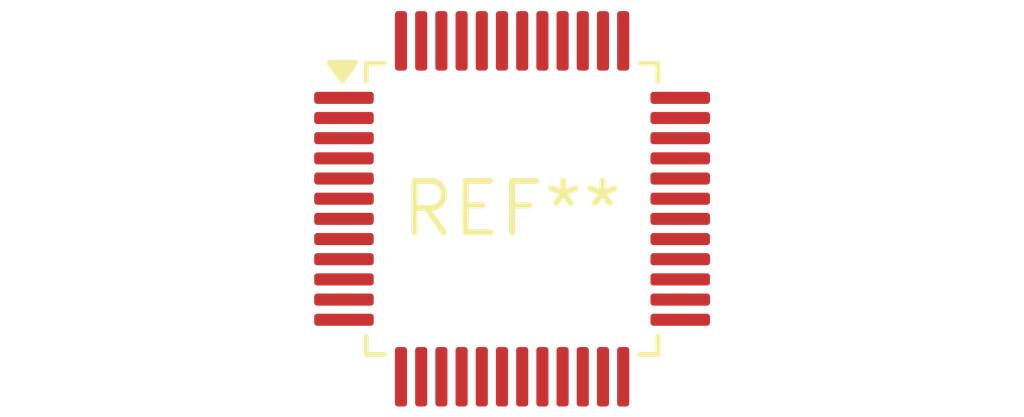
<source format=kicad_pcb>
(kicad_pcb (version 20240108) (generator pcbnew)
  (layers (0 "F.Cu" signal) (31 "B.Cu" signal) (34 "B.Paste" user) (35 "F.Paste" user) (36 "B.SilkS" user "B.Silkscreen") (37 "F.SilkS" user "F.Silkscreen") (38 "B.Mask" user) (39 "F.Mask" user) (44 "Edge.Cuts" user))
  (net 0 "")
  (footprint "LQFP-48_7x7mm_P0.5mm" (layer "F.Cu") (at 0 0)
    (property "Reference" "REF**")
    (property "Value" "LQFP-48_7x7mm_P0.5mm")
    (fp_line (start -3.61 -3.61) (end -3.61 -3.16) (layer "F.SilkS") (stroke (width 0.12)))
    (fp_line (start -3.61 3.61) (end -3.61 3.16) (layer "F.SilkS") (stroke (width 0.12)))
    (fp_line (start -3.16 -3.61) (end -3.61 -3.61) (layer "F.SilkS") (stroke (width 0.12)))
    (fp_line (start -3.16 3.61) (end -3.61 3.61) (layer "F.SilkS") (stroke (width 0.12)))
    (fp_line (start 3.16 -3.61) (end 3.61 -3.61) (layer "F.SilkS") (stroke (width 0.12)))
    (fp_line (start 3.16 3.61) (end 3.61 3.61) (layer "F.SilkS") (stroke (width 0.12)))
    (fp_line (start 3.61 -3.61) (end 3.61 -3.16) (layer "F.SilkS") (stroke (width 0.12)))
    (fp_line (start 3.61 3.61) (end 3.61 3.16) (layer "F.SilkS") (stroke (width 0.12)))
    (fp_poly (pts (xy -4.2 -3.16) (xy -4.54 -3.63) (xy -3.86 -3.63) (xy -4.2 -3.16)) (layer "F.SilkS") (stroke (width 0.12)) (fill solid))
    (pad "1" smd roundrect (at -4.1625 -2.75) (size 1.475 0.3) (layers "F.Cu" "F.Paste" "F.Mask"))
    (pad "2" smd roundrect (at -4.1625 -2.25) (size 1.475 0.3) (layers "F.Cu" "F.Paste" "F.Mask"))
    (pad "3" smd roundrect (at -4.1625 -1.75) (size 1.475 0.3) (layers "F.Cu" "F.Paste" "F.Mask"))
    (pad "4" smd roundrect (at -4.1625 -1.25) (size 1.475 0.3) (layers "F.Cu" "F.Paste" "F.Mask"))
    (pad "5" smd roundrect (at -4.1625 -0.75) (size 1.475 0.3) (layers "F.Cu" "F.Paste" "F.Mask"))
    (pad "6" smd roundrect (at -4.1625 -0.25) (size 1.475 0.3) (layers "F.Cu" "F.Paste" "F.Mask"))
    (pad "7" smd roundrect (at -4.1625 0.25) (size 1.475 0.3) (layers "F.Cu" "F.Paste" "F.Mask"))
    (pad "8" smd roundrect (at -4.1625 0.75) (size 1.475 0.3) (layers "F.Cu" "F.Paste" "F.Mask"))
    (pad "9" smd roundrect (at -4.1625 1.25) (size 1.475 0.3) (layers "F.Cu" "F.Paste" "F.Mask"))
    (pad "10" smd roundrect (at -4.1625 1.75) (size 1.475 0.3) (layers "F.Cu" "F.Paste" "F.Mask"))
    (pad "11" smd roundrect (at -4.1625 2.25) (size 1.475 0.3) (layers "F.Cu" "F.Paste" "F.Mask"))
    (pad "12" smd roundrect (at -4.1625 2.75) (size 1.475 0.3) (layers "F.Cu" "F.Paste" "F.Mask"))
    (pad "13" smd roundrect (at -2.75 4.1625) (size 0.3 1.475) (layers "F.Cu" "F.Paste" "F.Mask"))
    (pad "14" smd roundrect (at -2.25 4.1625) (size 0.3 1.475) (layers "F.Cu" "F.Paste" "F.Mask"))
    (pad "15" smd roundrect (at -1.75 4.1625) (size 0.3 1.475) (layers "F.Cu" "F.Paste" "F.Mask"))
    (pad "16" smd roundrect (at -1.25 4.1625) (size 0.3 1.475) (layers "F.Cu" "F.Paste" "F.Mask"))
    (pad "17" smd roundrect (at -0.75 4.1625) (size 0.3 1.475) (layers "F.Cu" "F.Paste" "F.Mask"))
    (pad "18" smd roundrect (at -0.25 4.1625) (size 0.3 1.475) (layers "F.Cu" "F.Paste" "F.Mask"))
    (pad "19" smd roundrect (at 0.25 4.1625) (size 0.3 1.475) (layers "F.Cu" "F.Paste" "F.Mask"))
    (pad "20" smd roundrect (at 0.75 4.1625) (size 0.3 1.475) (layers "F.Cu" "F.Paste" "F.Mask"))
    (pad "21" smd roundrect (at 1.25 4.1625) (size 0.3 1.475) (layers "F.Cu" "F.Paste" "F.Mask"))
    (pad "22" smd roundrect (at 1.75 4.1625) (size 0.3 1.475) (layers "F.Cu" "F.Paste" "F.Mask"))
    (pad "23" smd roundrect (at 2.25 4.1625) (size 0.3 1.475) (layers "F.Cu" "F.Paste" "F.Mask"))
    (pad "24" smd roundrect (at 2.75 4.1625) (size 0.3 1.475) (layers "F.Cu" "F.Paste" "F.Mask"))
    (pad "25" smd roundrect (at 4.1625 2.75) (size 1.475 0.3) (layers "F.Cu" "F.Paste" "F.Mask"))
    (pad "26" smd roundrect (at 4.1625 2.25) (size 1.475 0.3) (layers "F.Cu" "F.Paste" "F.Mask"))
    (pad "27" smd roundrect (at 4.1625 1.75) (size 1.475 0.3) (layers "F.Cu" "F.Paste" "F.Mask"))
    (pad "28" smd roundrect (at 4.1625 1.25) (size 1.475 0.3) (layers "F.Cu" "F.Paste" "F.Mask"))
    (pad "29" smd roundrect (at 4.1625 0.75) (size 1.475 0.3) (layers "F.Cu" "F.Paste" "F.Mask"))
    (pad "30" smd roundrect (at 4.1625 0.25) (size 1.475 0.3) (layers "F.Cu" "F.Paste" "F.Mask"))
    (pad "31" smd roundrect (at 4.1625 -0.25) (size 1.475 0.3) (layers "F.Cu" "F.Paste" "F.Mask"))
    (pad "32" smd roundrect (at 4.1625 -0.75) (size 1.475 0.3) (layers "F.Cu" "F.Paste" "F.Mask"))
    (pad "33" smd roundrect (at 4.1625 -1.25) (size 1.475 0.3) (layers "F.Cu" "F.Paste" "F.Mask"))
    (pad "34" smd roundrect (at 4.1625 -1.75) (size 1.475 0.3) (layers "F.Cu" "F.Paste" "F.Mask"))
    (pad "35" smd roundrect (at 4.1625 -2.25) (size 1.475 0.3) (layers "F.Cu" "F.Paste" "F.Mask"))
    (pad "36" smd roundrect (at 4.1625 -2.75) (size 1.475 0.3) (layers "F.Cu" "F.Paste" "F.Mask"))
    (pad "37" smd roundrect (at 2.75 -4.1625) (size 0.3 1.475) (layers "F.Cu" "F.Paste" "F.Mask"))
    (pad "38" smd roundrect (at 2.25 -4.1625) (size 0.3 1.475) (layers "F.Cu" "F.Paste" "F.Mask"))
    (pad "39" smd roundrect (at 1.75 -4.1625) (size 0.3 1.475) (layers "F.Cu" "F.Paste" "F.Mask"))
    (pad "40" smd roundrect (at 1.25 -4.1625) (size 0.3 1.475) (layers "F.Cu" "F.Paste" "F.Mask"))
    (pad "41" smd roundrect (at 0.75 -4.1625) (size 0.3 1.475) (layers "F.Cu" "F.Paste" "F.Mask"))
    (pad "42" smd roundrect (at 0.25 -4.1625) (size 0.3 1.475) (layers "F.Cu" "F.Paste" "F.Mask"))
    (pad "43" smd roundrect (at -0.25 -4.1625) (size 0.3 1.475) (layers "F.Cu" "F.Paste" "F.Mask"))
    (pad "44" smd roundrect (at -0.75 -4.1625) (size 0.3 1.475) (layers "F.Cu" "F.Paste" "F.Mask"))
    (pad "45" smd roundrect (at -1.25 -4.1625) (size 0.3 1.475) (layers "F.Cu" "F.Paste" "F.Mask"))
    (pad "46" smd roundrect (at -1.75 -4.1625) (size 0.3 1.475) (layers "F.Cu" "F.Paste" "F.Mask"))
    (pad "47" smd roundrect (at -2.25 -4.1625) (size 0.3 1.475) (layers "F.Cu" "F.Paste" "F.Mask"))
    (pad "48" smd roundrect (at -2.75 -4.1625) (size 0.3 1.475) (layers "F.Cu" "F.Paste" "F.Mask"))
  )
)
</source>
